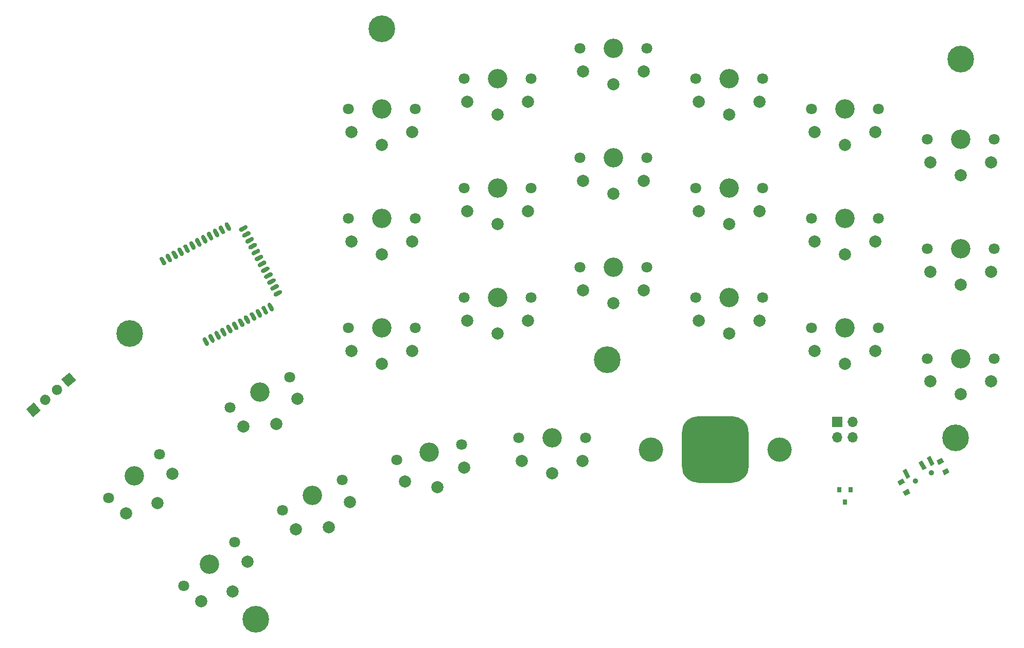
<source format=gbr>
G04 #@! TF.GenerationSoftware,KiCad,Pcbnew,(5.1.9)-1*
G04 #@! TF.CreationDate,2021-01-29T17:36:36+01:00*
G04 #@! TF.ProjectId,Mathias_ergo,4d617468-6961-4735-9f65-72676f2e6b69,1.0*
G04 #@! TF.SameCoordinates,Original*
G04 #@! TF.FileFunction,Soldermask,Top*
G04 #@! TF.FilePolarity,Negative*
%FSLAX46Y46*%
G04 Gerber Fmt 4.6, Leading zero omitted, Abs format (unit mm)*
G04 Created by KiCad (PCBNEW (5.1.9)-1) date 2021-01-29 17:36:36*
%MOMM*%
%LPD*%
G01*
G04 APERTURE LIST*
%ADD10C,4.400000*%
%ADD11C,0.900000*%
%ADD12C,0.100000*%
%ADD13C,4.000000*%
%ADD14C,2.000000*%
%ADD15C,3.200000*%
%ADD16C,1.800000*%
%ADD17O,1.700000X1.700000*%
%ADD18R,1.700000X1.700000*%
%ADD19R,0.800000X0.900000*%
G04 APERTURE END LIST*
D10*
X216213221Y-70934158D03*
X215369441Y-133352399D03*
X120963221Y-65934159D03*
X158063221Y-120534158D03*
X79476934Y-116165750D03*
X100195457Y-163246749D03*
D11*
X208758979Y-140493107D03*
X211407821Y-139084693D03*
X211407821Y-139084693D03*
X208758979Y-140493107D03*
D12*
G36*
X213505514Y-139515288D02*
G01*
X213129937Y-138808930D01*
X214012884Y-138339458D01*
X214388461Y-139045816D01*
X213505514Y-139515288D01*
G37*
G36*
X212599434Y-137811199D02*
G01*
X212223857Y-137104841D01*
X213106804Y-136635369D01*
X213482381Y-137341727D01*
X212599434Y-137811199D01*
G37*
G36*
X207059996Y-142942431D02*
G01*
X206684419Y-142236073D01*
X207567366Y-141766601D01*
X207942943Y-142472959D01*
X207059996Y-142942431D01*
G37*
G36*
X206153916Y-141238342D02*
G01*
X205778339Y-140531984D01*
X206661286Y-140062512D01*
X207036863Y-140768870D01*
X206153916Y-141238342D01*
G37*
G36*
X211291529Y-138013957D02*
G01*
X210587322Y-136689535D01*
X211205385Y-136360905D01*
X211909592Y-137685327D01*
X211291529Y-138013957D01*
G37*
G36*
X209967107Y-138718164D02*
G01*
X209262900Y-137393742D01*
X209880963Y-137065112D01*
X210585170Y-138389534D01*
X209967107Y-138718164D01*
G37*
G36*
X207318265Y-140126579D02*
G01*
X206614058Y-138802157D01*
X207232121Y-138473527D01*
X207936328Y-139797949D01*
X207318265Y-140126579D01*
G37*
G36*
G01*
X181330721Y-132534158D02*
X181330721Y-138034158D01*
G75*
G02*
X178580721Y-140784158I-2750000J0D01*
G01*
X173080721Y-140784158D01*
G75*
G02*
X170330721Y-138034158I0J2750000D01*
G01*
X170330721Y-132534158D01*
G75*
G02*
X173080721Y-129784158I2750000J0D01*
G01*
X178580721Y-129784158D01*
G75*
G02*
X181330721Y-132534158I0J-2750000D01*
G01*
G37*
D13*
X186384421Y-135284158D03*
X165277021Y-135284158D03*
X165277021Y-135284158D03*
X186384421Y-135284158D03*
D14*
X125963221Y-82984158D03*
X120963221Y-85084158D03*
X115963221Y-82984158D03*
D15*
X120963221Y-79184158D03*
D16*
X115463221Y-79184158D03*
X126463221Y-79184158D03*
D14*
X115741644Y-143921563D03*
X112239991Y-148062629D03*
X106831578Y-148461468D03*
D15*
X109561447Y-142805691D03*
D16*
X104660911Y-145302639D03*
X114461983Y-140308743D03*
D14*
X164063221Y-91034158D03*
X159063221Y-93134158D03*
X154063221Y-91034158D03*
D15*
X159063221Y-87234158D03*
D16*
X153563221Y-87234158D03*
X164563221Y-87234158D03*
D14*
X86474132Y-139311448D03*
X84035943Y-144155541D03*
X78870073Y-145805929D03*
D15*
X80204200Y-139669146D03*
D16*
X76021967Y-143241110D03*
X84386433Y-136097182D03*
D14*
X154013221Y-137134158D03*
X149013221Y-139234158D03*
X144013221Y-137134158D03*
D15*
X149013221Y-133334158D03*
D16*
X143513221Y-133334158D03*
X154513221Y-133334158D03*
D14*
X107093125Y-126947889D03*
X103591472Y-131088955D03*
X98183059Y-131487794D03*
D15*
X100912928Y-125832017D03*
D16*
X96012392Y-128328965D03*
X105813464Y-123335069D03*
D14*
X202163221Y-82984158D03*
X197163221Y-85084158D03*
X192163221Y-82984158D03*
D15*
X197163221Y-79184158D03*
D16*
X191663221Y-79184158D03*
X202663221Y-79184158D03*
D14*
X202163221Y-119084158D03*
X197163221Y-121184158D03*
X192163221Y-119084158D03*
D15*
X197163221Y-115284158D03*
D16*
X191663221Y-115284158D03*
X202663221Y-115284158D03*
D14*
X145013221Y-114084158D03*
X140013221Y-116184158D03*
X135013221Y-114084158D03*
D15*
X140013221Y-110284158D03*
D16*
X134513221Y-110284158D03*
X145513221Y-110284158D03*
D14*
X125963221Y-119084158D03*
X120963221Y-121184158D03*
X115963221Y-119084158D03*
D15*
X120963221Y-115284158D03*
D16*
X115463221Y-115284158D03*
X126463221Y-115284158D03*
D14*
X164063221Y-72984158D03*
X159063221Y-75084158D03*
X154063221Y-72984158D03*
D15*
X159063221Y-69184158D03*
D16*
X153563221Y-69184158D03*
X164563221Y-69184158D03*
D14*
X183113221Y-114084158D03*
X178113221Y-116184158D03*
X173113221Y-114084158D03*
D15*
X178113221Y-110284158D03*
D16*
X172613221Y-110284158D03*
X183613221Y-110284158D03*
D14*
X145013221Y-96034158D03*
X140013221Y-98134158D03*
X135013221Y-96034158D03*
D15*
X140013221Y-92234158D03*
D16*
X134513221Y-92234158D03*
X145513221Y-92234158D03*
D14*
X145013221Y-77984158D03*
X140013221Y-80084158D03*
X135013221Y-77984158D03*
D15*
X140013221Y-74184158D03*
D16*
X134513221Y-74184158D03*
X145513221Y-74184158D03*
D14*
X98846118Y-153797181D03*
X96407929Y-158641274D03*
X91242059Y-160291662D03*
D15*
X92576186Y-154154879D03*
D16*
X88393953Y-157726843D03*
X96758419Y-150582915D03*
D14*
X221213221Y-87984158D03*
X216213221Y-90084158D03*
X211213221Y-87984158D03*
D15*
X216213221Y-84184158D03*
D16*
X210713221Y-84184158D03*
X221713221Y-84184158D03*
D14*
X202163221Y-101034158D03*
X197163221Y-103134158D03*
X192163221Y-101034158D03*
D15*
X197163221Y-97234158D03*
D16*
X191663221Y-97234158D03*
X202663221Y-97234158D03*
D14*
X183113221Y-96034158D03*
X178113221Y-98134158D03*
X173113221Y-96034158D03*
D15*
X178113221Y-92234158D03*
D16*
X172613221Y-92234158D03*
X183613221Y-92234158D03*
D14*
X183113221Y-77984158D03*
X178113221Y-80084158D03*
X173113221Y-77984158D03*
D15*
X178113221Y-74184158D03*
D16*
X172613221Y-74184158D03*
X183613221Y-74184158D03*
D14*
X164063221Y-109084158D03*
X159063221Y-111184158D03*
X154063221Y-109084158D03*
D15*
X159063221Y-105284158D03*
D16*
X153563221Y-105284158D03*
X164563221Y-105284158D03*
D14*
X125963221Y-101034158D03*
X120963221Y-103134158D03*
X115963221Y-101034158D03*
D15*
X120963221Y-97234158D03*
D16*
X115463221Y-97234158D03*
X126463221Y-97234158D03*
D14*
X221213221Y-106034158D03*
X216213221Y-108134158D03*
X211213221Y-106034158D03*
D15*
X216213221Y-102234158D03*
D16*
X210713221Y-102234158D03*
X221713221Y-102234158D03*
D14*
X134475761Y-138262991D03*
X130104147Y-141472195D03*
X124752062Y-140597445D03*
D15*
X128726819Y-135735212D03*
D16*
X123378784Y-137019162D03*
X134074854Y-134451262D03*
D14*
X221213221Y-124084158D03*
X216213221Y-126184158D03*
X211213221Y-124084158D03*
D15*
X216213221Y-120284158D03*
D16*
X210713221Y-120284158D03*
X221713221Y-120284158D03*
G36*
G01*
X98845157Y-98507248D02*
X98845157Y-98507248D01*
G75*
G02*
X98700440Y-98980595I-309032J-164315D01*
G01*
X97958764Y-99374951D01*
G75*
G02*
X97485417Y-99230234I-164315J309032D01*
G01*
X97485417Y-99230234D01*
G75*
G02*
X97630134Y-98756887I309032J164315D01*
G01*
X98371810Y-98362531D01*
G75*
G02*
X98845157Y-98507248I164315J-309032D01*
G01*
G37*
G36*
G01*
X99361576Y-99478490D02*
X99361576Y-99478490D01*
G75*
G02*
X99216859Y-99951837I-309032J-164315D01*
G01*
X98475183Y-100346193D01*
G75*
G02*
X98001836Y-100201476I-164315J309032D01*
G01*
X98001836Y-100201476D01*
G75*
G02*
X98146553Y-99728129I309032J164315D01*
G01*
X98888229Y-99333773D01*
G75*
G02*
X99361576Y-99478490I164315J-309032D01*
G01*
G37*
G36*
G01*
X99877995Y-100449732D02*
X99877995Y-100449732D01*
G75*
G02*
X99733278Y-100923079I-309032J-164315D01*
G01*
X98991602Y-101317435D01*
G75*
G02*
X98518255Y-101172718I-164315J309032D01*
G01*
X98518255Y-101172718D01*
G75*
G02*
X98662972Y-100699371I309032J164315D01*
G01*
X99404648Y-100305015D01*
G75*
G02*
X99877995Y-100449732I164315J-309032D01*
G01*
G37*
G36*
G01*
X85308191Y-104934833D02*
X85308191Y-104934833D01*
G75*
G02*
X84834844Y-104790116I-164315J309032D01*
G01*
X84440488Y-104048440D01*
G75*
G02*
X84585205Y-103575093I309032J164315D01*
G01*
X84585205Y-103575093D01*
G75*
G02*
X85058552Y-103719810I164315J-309032D01*
G01*
X85452908Y-104461486D01*
G75*
G02*
X85308191Y-104934833I-309032J-164315D01*
G01*
G37*
G36*
G01*
X86279433Y-104418414D02*
X86279433Y-104418414D01*
G75*
G02*
X85806086Y-104273697I-164315J309032D01*
G01*
X85411730Y-103532021D01*
G75*
G02*
X85556447Y-103058674I309032J164315D01*
G01*
X85556447Y-103058674D01*
G75*
G02*
X86029794Y-103203391I164315J-309032D01*
G01*
X86424150Y-103945067D01*
G75*
G02*
X86279433Y-104418414I-309032J-164315D01*
G01*
G37*
G36*
G01*
X87250675Y-103901995D02*
X87250675Y-103901995D01*
G75*
G02*
X86777328Y-103757278I-164315J309032D01*
G01*
X86382972Y-103015602D01*
G75*
G02*
X86527689Y-102542255I309032J164315D01*
G01*
X86527689Y-102542255D01*
G75*
G02*
X87001036Y-102686972I164315J-309032D01*
G01*
X87395392Y-103428648D01*
G75*
G02*
X87250675Y-103901995I-309032J-164315D01*
G01*
G37*
G36*
G01*
X88221918Y-103385577D02*
X88221918Y-103385577D01*
G75*
G02*
X87748571Y-103240860I-164315J309032D01*
G01*
X87354215Y-102499184D01*
G75*
G02*
X87498932Y-102025837I309032J164315D01*
G01*
X87498932Y-102025837D01*
G75*
G02*
X87972279Y-102170554I164315J-309032D01*
G01*
X88366635Y-102912230D01*
G75*
G02*
X88221918Y-103385577I-309032J-164315D01*
G01*
G37*
G36*
G01*
X89193160Y-102869158D02*
X89193160Y-102869158D01*
G75*
G02*
X88719813Y-102724441I-164315J309032D01*
G01*
X88325457Y-101982765D01*
G75*
G02*
X88470174Y-101509418I309032J164315D01*
G01*
X88470174Y-101509418D01*
G75*
G02*
X88943521Y-101654135I164315J-309032D01*
G01*
X89337877Y-102395811D01*
G75*
G02*
X89193160Y-102869158I-309032J-164315D01*
G01*
G37*
G36*
G01*
X90164402Y-102352739D02*
X90164402Y-102352739D01*
G75*
G02*
X89691055Y-102208022I-164315J309032D01*
G01*
X89296699Y-101466346D01*
G75*
G02*
X89441416Y-100992999I309032J164315D01*
G01*
X89441416Y-100992999D01*
G75*
G02*
X89914763Y-101137716I164315J-309032D01*
G01*
X90309119Y-101879392D01*
G75*
G02*
X90164402Y-102352739I-309032J-164315D01*
G01*
G37*
G36*
G01*
X91135645Y-101836320D02*
X91135645Y-101836320D01*
G75*
G02*
X90662298Y-101691603I-164315J309032D01*
G01*
X90267942Y-100949927D01*
G75*
G02*
X90412659Y-100476580I309032J164315D01*
G01*
X90412659Y-100476580D01*
G75*
G02*
X90886006Y-100621297I164315J-309032D01*
G01*
X91280362Y-101362973D01*
G75*
G02*
X91135645Y-101836320I-309032J-164315D01*
G01*
G37*
G36*
G01*
X92106887Y-101319902D02*
X92106887Y-101319902D01*
G75*
G02*
X91633540Y-101175185I-164315J309032D01*
G01*
X91239184Y-100433509D01*
G75*
G02*
X91383901Y-99960162I309032J164315D01*
G01*
X91383901Y-99960162D01*
G75*
G02*
X91857248Y-100104879I164315J-309032D01*
G01*
X92251604Y-100846555D01*
G75*
G02*
X92106887Y-101319902I-309032J-164315D01*
G01*
G37*
G36*
G01*
X93078129Y-100803483D02*
X93078129Y-100803483D01*
G75*
G02*
X92604782Y-100658766I-164315J309032D01*
G01*
X92210426Y-99917090D01*
G75*
G02*
X92355143Y-99443743I309032J164315D01*
G01*
X92355143Y-99443743D01*
G75*
G02*
X92828490Y-99588460I164315J-309032D01*
G01*
X93222846Y-100330136D01*
G75*
G02*
X93078129Y-100803483I-309032J-164315D01*
G01*
G37*
G36*
G01*
X94049372Y-100287064D02*
X94049372Y-100287064D01*
G75*
G02*
X93576025Y-100142347I-164315J309032D01*
G01*
X93181669Y-99400671D01*
G75*
G02*
X93326386Y-98927324I309032J164315D01*
G01*
X93326386Y-98927324D01*
G75*
G02*
X93799733Y-99072041I164315J-309032D01*
G01*
X94194089Y-99813717D01*
G75*
G02*
X94049372Y-100287064I-309032J-164315D01*
G01*
G37*
G36*
G01*
X95020614Y-99770646D02*
X95020614Y-99770646D01*
G75*
G02*
X94547267Y-99625929I-164315J309032D01*
G01*
X94152911Y-98884253D01*
G75*
G02*
X94297628Y-98410906I309032J164315D01*
G01*
X94297628Y-98410906D01*
G75*
G02*
X94770975Y-98555623I164315J-309032D01*
G01*
X95165331Y-99297299D01*
G75*
G02*
X95020614Y-99770646I-309032J-164315D01*
G01*
G37*
G36*
G01*
X95991857Y-99254227D02*
X95991857Y-99254227D01*
G75*
G02*
X95518510Y-99109510I-164315J309032D01*
G01*
X95124154Y-98367834D01*
G75*
G02*
X95268871Y-97894487I309032J164315D01*
G01*
X95268871Y-97894487D01*
G75*
G02*
X95742218Y-98039204I164315J-309032D01*
G01*
X96136574Y-98780880D01*
G75*
G02*
X95991857Y-99254227I-309032J-164315D01*
G01*
G37*
G36*
G01*
X100394413Y-101420975D02*
X100394413Y-101420975D01*
G75*
G02*
X100249696Y-101894322I-309032J-164315D01*
G01*
X99508020Y-102288678D01*
G75*
G02*
X99034673Y-102143961I-164315J309032D01*
G01*
X99034673Y-102143961D01*
G75*
G02*
X99179390Y-101670614I309032J164315D01*
G01*
X99921066Y-101276258D01*
G75*
G02*
X100394413Y-101420975I164315J-309032D01*
G01*
G37*
G36*
G01*
X100910832Y-102392217D02*
X100910832Y-102392217D01*
G75*
G02*
X100766115Y-102865564I-309032J-164315D01*
G01*
X100024439Y-103259920D01*
G75*
G02*
X99551092Y-103115203I-164315J309032D01*
G01*
X99551092Y-103115203D01*
G75*
G02*
X99695809Y-102641856I309032J164315D01*
G01*
X100437485Y-102247500D01*
G75*
G02*
X100910832Y-102392217I164315J-309032D01*
G01*
G37*
G36*
G01*
X101427251Y-103363459D02*
X101427251Y-103363459D01*
G75*
G02*
X101282534Y-103836806I-309032J-164315D01*
G01*
X100540858Y-104231162D01*
G75*
G02*
X100067511Y-104086445I-164315J309032D01*
G01*
X100067511Y-104086445D01*
G75*
G02*
X100212228Y-103613098I309032J164315D01*
G01*
X100953904Y-103218742D01*
G75*
G02*
X101427251Y-103363459I164315J-309032D01*
G01*
G37*
G36*
G01*
X101943670Y-104334702D02*
X101943670Y-104334702D01*
G75*
G02*
X101798953Y-104808049I-309032J-164315D01*
G01*
X101057277Y-105202405D01*
G75*
G02*
X100583930Y-105057688I-164315J309032D01*
G01*
X100583930Y-105057688D01*
G75*
G02*
X100728647Y-104584341I309032J164315D01*
G01*
X101470323Y-104189985D01*
G75*
G02*
X101943670Y-104334702I164315J-309032D01*
G01*
G37*
G36*
G01*
X102460088Y-105305944D02*
X102460088Y-105305944D01*
G75*
G02*
X102315371Y-105779291I-309032J-164315D01*
G01*
X101573695Y-106173647D01*
G75*
G02*
X101100348Y-106028930I-164315J309032D01*
G01*
X101100348Y-106028930D01*
G75*
G02*
X101245065Y-105555583I309032J164315D01*
G01*
X101986741Y-105161227D01*
G75*
G02*
X102460088Y-105305944I164315J-309032D01*
G01*
G37*
G36*
G01*
X102976507Y-106277186D02*
X102976507Y-106277186D01*
G75*
G02*
X102831790Y-106750533I-309032J-164315D01*
G01*
X102090114Y-107144889D01*
G75*
G02*
X101616767Y-107000172I-164315J309032D01*
G01*
X101616767Y-107000172D01*
G75*
G02*
X101761484Y-106526825I309032J164315D01*
G01*
X102503160Y-106132469D01*
G75*
G02*
X102976507Y-106277186I164315J-309032D01*
G01*
G37*
G36*
G01*
X103492926Y-107248429D02*
X103492926Y-107248429D01*
G75*
G02*
X103348209Y-107721776I-309032J-164315D01*
G01*
X102606533Y-108116132D01*
G75*
G02*
X102133186Y-107971415I-164315J309032D01*
G01*
X102133186Y-107971415D01*
G75*
G02*
X102277903Y-107498068I309032J164315D01*
G01*
X103019579Y-107103712D01*
G75*
G02*
X103492926Y-107248429I164315J-309032D01*
G01*
G37*
G36*
G01*
X104009344Y-108219671D02*
X104009344Y-108219671D01*
G75*
G02*
X103864627Y-108693018I-309032J-164315D01*
G01*
X103122951Y-109087374D01*
G75*
G02*
X102649604Y-108942657I-164315J309032D01*
G01*
X102649604Y-108942657D01*
G75*
G02*
X102794321Y-108469310I309032J164315D01*
G01*
X103535997Y-108074954D01*
G75*
G02*
X104009344Y-108219671I164315J-309032D01*
G01*
G37*
G36*
G01*
X104525763Y-109190913D02*
X104525763Y-109190913D01*
G75*
G02*
X104381046Y-109664260I-309032J-164315D01*
G01*
X103639370Y-110058616D01*
G75*
G02*
X103166023Y-109913899I-164315J309032D01*
G01*
X103166023Y-109913899D01*
G75*
G02*
X103310740Y-109440552I309032J164315D01*
G01*
X104052416Y-109046196D01*
G75*
G02*
X104525763Y-109190913I164315J-309032D01*
G01*
G37*
G36*
G01*
X103033930Y-112498441D02*
X103033930Y-112498441D01*
G75*
G02*
X102560583Y-112353724I-164315J309032D01*
G01*
X102166227Y-111612048D01*
G75*
G02*
X102310944Y-111138701I309032J164315D01*
G01*
X102310944Y-111138701D01*
G75*
G02*
X102784291Y-111283418I164315J-309032D01*
G01*
X103178647Y-112025094D01*
G75*
G02*
X103033930Y-112498441I-309032J-164315D01*
G01*
G37*
G36*
G01*
X102062688Y-113014859D02*
X102062688Y-113014859D01*
G75*
G02*
X101589341Y-112870142I-164315J309032D01*
G01*
X101194985Y-112128466D01*
G75*
G02*
X101339702Y-111655119I309032J164315D01*
G01*
X101339702Y-111655119D01*
G75*
G02*
X101813049Y-111799836I164315J-309032D01*
G01*
X102207405Y-112541512D01*
G75*
G02*
X102062688Y-113014859I-309032J-164315D01*
G01*
G37*
G36*
G01*
X101091445Y-113531278D02*
X101091445Y-113531278D01*
G75*
G02*
X100618098Y-113386561I-164315J309032D01*
G01*
X100223742Y-112644885D01*
G75*
G02*
X100368459Y-112171538I309032J164315D01*
G01*
X100368459Y-112171538D01*
G75*
G02*
X100841806Y-112316255I164315J-309032D01*
G01*
X101236162Y-113057931D01*
G75*
G02*
X101091445Y-113531278I-309032J-164315D01*
G01*
G37*
G36*
G01*
X100120203Y-114047697D02*
X100120203Y-114047697D01*
G75*
G02*
X99646856Y-113902980I-164315J309032D01*
G01*
X99252500Y-113161304D01*
G75*
G02*
X99397217Y-112687957I309032J164315D01*
G01*
X99397217Y-112687957D01*
G75*
G02*
X99870564Y-112832674I164315J-309032D01*
G01*
X100264920Y-113574350D01*
G75*
G02*
X100120203Y-114047697I-309032J-164315D01*
G01*
G37*
G36*
G01*
X99148961Y-114564116D02*
X99148961Y-114564116D01*
G75*
G02*
X98675614Y-114419399I-164315J309032D01*
G01*
X98281258Y-113677723D01*
G75*
G02*
X98425975Y-113204376I309032J164315D01*
G01*
X98425975Y-113204376D01*
G75*
G02*
X98899322Y-113349093I164315J-309032D01*
G01*
X99293678Y-114090769D01*
G75*
G02*
X99148961Y-114564116I-309032J-164315D01*
G01*
G37*
G36*
G01*
X98177718Y-115080534D02*
X98177718Y-115080534D01*
G75*
G02*
X97704371Y-114935817I-164315J309032D01*
G01*
X97310015Y-114194141D01*
G75*
G02*
X97454732Y-113720794I309032J164315D01*
G01*
X97454732Y-113720794D01*
G75*
G02*
X97928079Y-113865511I164315J-309032D01*
G01*
X98322435Y-114607187D01*
G75*
G02*
X98177718Y-115080534I-309032J-164315D01*
G01*
G37*
G36*
G01*
X97206476Y-115596953D02*
X97206476Y-115596953D01*
G75*
G02*
X96733129Y-115452236I-164315J309032D01*
G01*
X96338773Y-114710560D01*
G75*
G02*
X96483490Y-114237213I309032J164315D01*
G01*
X96483490Y-114237213D01*
G75*
G02*
X96956837Y-114381930I164315J-309032D01*
G01*
X97351193Y-115123606D01*
G75*
G02*
X97206476Y-115596953I-309032J-164315D01*
G01*
G37*
G36*
G01*
X96235233Y-116113372D02*
X96235233Y-116113372D01*
G75*
G02*
X95761886Y-115968655I-164315J309032D01*
G01*
X95367530Y-115226979D01*
G75*
G02*
X95512247Y-114753632I309032J164315D01*
G01*
X95512247Y-114753632D01*
G75*
G02*
X95985594Y-114898349I164315J-309032D01*
G01*
X96379950Y-115640025D01*
G75*
G02*
X96235233Y-116113372I-309032J-164315D01*
G01*
G37*
G36*
G01*
X95263991Y-116629791D02*
X95263991Y-116629791D01*
G75*
G02*
X94790644Y-116485074I-164315J309032D01*
G01*
X94396288Y-115743398D01*
G75*
G02*
X94541005Y-115270051I309032J164315D01*
G01*
X94541005Y-115270051D01*
G75*
G02*
X95014352Y-115414768I164315J-309032D01*
G01*
X95408708Y-116156444D01*
G75*
G02*
X95263991Y-116629791I-309032J-164315D01*
G01*
G37*
G36*
G01*
X94292749Y-117146209D02*
X94292749Y-117146209D01*
G75*
G02*
X93819402Y-117001492I-164315J309032D01*
G01*
X93425046Y-116259816D01*
G75*
G02*
X93569763Y-115786469I309032J164315D01*
G01*
X93569763Y-115786469D01*
G75*
G02*
X94043110Y-115931186I164315J-309032D01*
G01*
X94437466Y-116672862D01*
G75*
G02*
X94292749Y-117146209I-309032J-164315D01*
G01*
G37*
G36*
G01*
X93321506Y-117662628D02*
X93321506Y-117662628D01*
G75*
G02*
X92848159Y-117517911I-164315J309032D01*
G01*
X92453803Y-116776235D01*
G75*
G02*
X92598520Y-116302888I309032J164315D01*
G01*
X92598520Y-116302888D01*
G75*
G02*
X93071867Y-116447605I164315J-309032D01*
G01*
X93466223Y-117189281D01*
G75*
G02*
X93321506Y-117662628I-309032J-164315D01*
G01*
G37*
G36*
G01*
X92350264Y-118179047D02*
X92350264Y-118179047D01*
G75*
G02*
X91876917Y-118034330I-164315J309032D01*
G01*
X91482561Y-117292654D01*
G75*
G02*
X91627278Y-116819307I309032J164315D01*
G01*
X91627278Y-116819307D01*
G75*
G02*
X92100625Y-116964024I164315J-309032D01*
G01*
X92494981Y-117705700D01*
G75*
G02*
X92350264Y-118179047I-309032J-164315D01*
G01*
G37*
D17*
X198428221Y-133272914D03*
X195888221Y-133272914D03*
X198428221Y-130732914D03*
D18*
X195888221Y-130732914D03*
G36*
G01*
X64202013Y-129401721D02*
X64202013Y-129401721D01*
G75*
G02*
X63003637Y-129307407I-552031J646345D01*
G01*
X63003637Y-129307407D01*
G75*
G02*
X63097951Y-128109031I646345J552031D01*
G01*
X63097951Y-128109031D01*
G75*
G02*
X64296327Y-128203345I552031J-646345D01*
G01*
X64296327Y-128203345D01*
G75*
G02*
X64202013Y-129401721I-646345J-552031D01*
G01*
G37*
G36*
G01*
X66133444Y-127752123D02*
X66133444Y-127752123D01*
G75*
G02*
X64935068Y-127657809I-552031J646345D01*
G01*
X64935068Y-127657809D01*
G75*
G02*
X65029382Y-126459433I646345J552031D01*
G01*
X65029382Y-126459433D01*
G75*
G02*
X66227758Y-126553747I552031J-646345D01*
G01*
X66227758Y-126553747D01*
G75*
G02*
X66133444Y-127752123I-646345J-552031D01*
G01*
G37*
G36*
G01*
X68064875Y-126102525D02*
X68064875Y-126102525D01*
G75*
G02*
X66866499Y-126008211I-552031J646345D01*
G01*
X66866499Y-126008211D01*
G75*
G02*
X66960813Y-124809835I646345J552031D01*
G01*
X66960813Y-124809835D01*
G75*
G02*
X68159189Y-124904149I552031J-646345D01*
G01*
X68159189Y-124904149D01*
G75*
G02*
X68064875Y-126102525I-646345J-552031D01*
G01*
G37*
D12*
G36*
X70642651Y-123900896D02*
G01*
X69349961Y-125004958D01*
X68245899Y-123712268D01*
X69538589Y-122608206D01*
X70642651Y-123900896D01*
G37*
D19*
X197163221Y-143934221D03*
X196213221Y-141934221D03*
X198113221Y-141934221D03*
G36*
G01*
X69996306Y-124452927D02*
X69996306Y-124452927D01*
G75*
G02*
X68797930Y-124358613I-552031J646345D01*
G01*
X68797930Y-124358613D01*
G75*
G02*
X68892244Y-123160237I646345J552031D01*
G01*
X68892244Y-123160237D01*
G75*
G02*
X70090620Y-123254551I552031J-646345D01*
G01*
X70090620Y-123254551D01*
G75*
G02*
X69996306Y-124452927I-646345J-552031D01*
G01*
G37*
G36*
G01*
X68064875Y-126102525D02*
X68064875Y-126102525D01*
G75*
G02*
X66866499Y-126008211I-552031J646345D01*
G01*
X66866499Y-126008211D01*
G75*
G02*
X66960813Y-124809835I646345J552031D01*
G01*
X66960813Y-124809835D01*
G75*
G02*
X68159189Y-124904149I552031J-646345D01*
G01*
X68159189Y-124904149D01*
G75*
G02*
X68064875Y-126102525I-646345J-552031D01*
G01*
G37*
G36*
G01*
X66133444Y-127752123D02*
X66133444Y-127752123D01*
G75*
G02*
X64935068Y-127657809I-552031J646345D01*
G01*
X64935068Y-127657809D01*
G75*
G02*
X65029382Y-126459433I646345J552031D01*
G01*
X65029382Y-126459433D01*
G75*
G02*
X66227758Y-126553747I552031J-646345D01*
G01*
X66227758Y-126553747D01*
G75*
G02*
X66133444Y-127752123I-646345J-552031D01*
G01*
G37*
D12*
G36*
X64848358Y-128849690D02*
G01*
X63555668Y-129953752D01*
X62451606Y-128661062D01*
X63744296Y-127557000D01*
X64848358Y-128849690D01*
G37*
G36*
X170332711Y-138033962D02*
G01*
X170385531Y-138570261D01*
X170541909Y-139085768D01*
X170795851Y-139560860D01*
X171137598Y-139977281D01*
X171554019Y-140319028D01*
X172029111Y-140572970D01*
X172544618Y-140729348D01*
X173080917Y-140782168D01*
X173082543Y-140783333D01*
X173082347Y-140785323D01*
X173080721Y-140786158D01*
X173053668Y-140786158D01*
X173053472Y-140786148D01*
X172519934Y-140733599D01*
X172519549Y-140733523D01*
X172009351Y-140578756D01*
X172008989Y-140578606D01*
X171538791Y-140327280D01*
X171538465Y-140327062D01*
X171126327Y-139988829D01*
X171126050Y-139988552D01*
X170787817Y-139576414D01*
X170787599Y-139576088D01*
X170536273Y-139105890D01*
X170536123Y-139105528D01*
X170381356Y-138595330D01*
X170381280Y-138594945D01*
X170328731Y-138061407D01*
X170328721Y-138061211D01*
X170328721Y-138034158D01*
X170329721Y-138032426D01*
X170331721Y-138032426D01*
X170332711Y-138033962D01*
G37*
G36*
X181331886Y-138032532D02*
G01*
X181332721Y-138034158D01*
X181332721Y-138061211D01*
X181332711Y-138061407D01*
X181280162Y-138594945D01*
X181280086Y-138595330D01*
X181125319Y-139105528D01*
X181125169Y-139105890D01*
X180873843Y-139576088D01*
X180873625Y-139576414D01*
X180535392Y-139988552D01*
X180535115Y-139988829D01*
X180122977Y-140327062D01*
X180122651Y-140327280D01*
X179652453Y-140578606D01*
X179652091Y-140578756D01*
X179141893Y-140733523D01*
X179141508Y-140733599D01*
X178607970Y-140786148D01*
X178607774Y-140786158D01*
X178580721Y-140786158D01*
X178578989Y-140785158D01*
X178578989Y-140783158D01*
X178580525Y-140782168D01*
X179116824Y-140729348D01*
X179632331Y-140572970D01*
X180107423Y-140319028D01*
X180523844Y-139977281D01*
X180865591Y-139560860D01*
X181119533Y-139085768D01*
X181275911Y-138570261D01*
X181328731Y-138033962D01*
X181329896Y-138032336D01*
X181331886Y-138032532D01*
G37*
G36*
X173082453Y-129783158D02*
G01*
X173082453Y-129785158D01*
X173080917Y-129786148D01*
X172544618Y-129838968D01*
X172029111Y-129995346D01*
X171554019Y-130249288D01*
X171137598Y-130591035D01*
X170795851Y-131007456D01*
X170541909Y-131482548D01*
X170385531Y-131998055D01*
X170332711Y-132534354D01*
X170331546Y-132535980D01*
X170329556Y-132535784D01*
X170328721Y-132534158D01*
X170328721Y-132507105D01*
X170328731Y-132506909D01*
X170381280Y-131973371D01*
X170381356Y-131972986D01*
X170536123Y-131462788D01*
X170536273Y-131462426D01*
X170787599Y-130992228D01*
X170787817Y-130991902D01*
X171126050Y-130579764D01*
X171126327Y-130579487D01*
X171538465Y-130241254D01*
X171538791Y-130241036D01*
X172008989Y-129989710D01*
X172009351Y-129989560D01*
X172519549Y-129834793D01*
X172519934Y-129834717D01*
X173053472Y-129782168D01*
X173053668Y-129782158D01*
X173080721Y-129782158D01*
X173082453Y-129783158D01*
G37*
G36*
X178607970Y-129782168D02*
G01*
X179141508Y-129834717D01*
X179141893Y-129834793D01*
X179652091Y-129989560D01*
X179652453Y-129989710D01*
X180122651Y-130241036D01*
X180122977Y-130241254D01*
X180535115Y-130579487D01*
X180535392Y-130579764D01*
X180873625Y-130991902D01*
X180873843Y-130992228D01*
X181125169Y-131462426D01*
X181125319Y-131462788D01*
X181280086Y-131972986D01*
X181280162Y-131973371D01*
X181332711Y-132506909D01*
X181332721Y-132507105D01*
X181332721Y-132534158D01*
X181331721Y-132535890D01*
X181329721Y-132535890D01*
X181328731Y-132534354D01*
X181275911Y-131998055D01*
X181119533Y-131482548D01*
X180865591Y-131007456D01*
X180523844Y-130591035D01*
X180107423Y-130249288D01*
X179632331Y-129995346D01*
X179116824Y-129838968D01*
X178580525Y-129786148D01*
X178578899Y-129784983D01*
X178579095Y-129782993D01*
X178580721Y-129782158D01*
X178607774Y-129782158D01*
X178607970Y-129782168D01*
G37*
M02*

</source>
